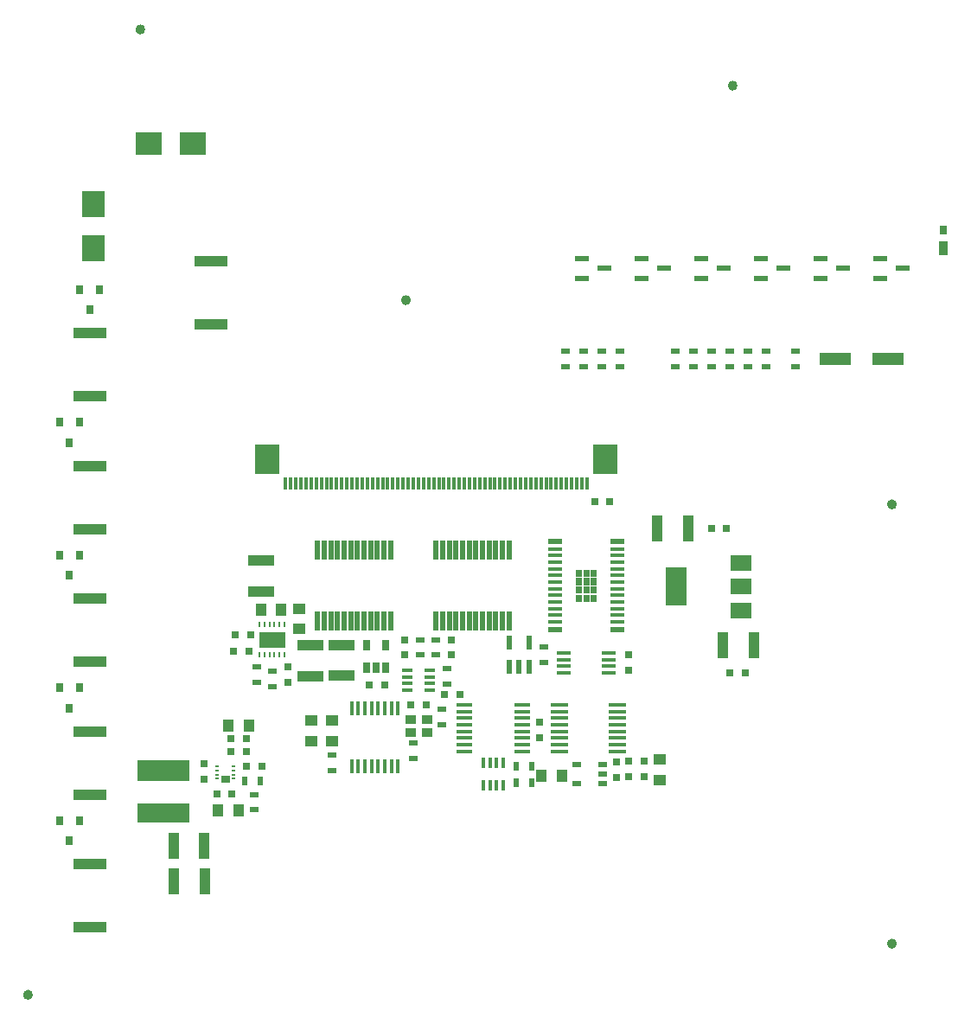
<source format=gtp>
G04 #@! TF.GenerationSoftware,KiCad,Pcbnew,(5.1.6-0-10_14)*
G04 #@! TF.CreationDate,2021-09-30T17:17:06+09:00*
G04 #@! TF.ProjectId,qPCR-main,71504352-2d6d-4616-996e-2e6b69636164,rev?*
G04 #@! TF.SameCoordinates,Original*
G04 #@! TF.FileFunction,Paste,Top*
G04 #@! TF.FilePolarity,Positive*
%FSLAX46Y46*%
G04 Gerber Fmt 4.6, Leading zero omitted, Abs format (unit mm)*
G04 Created by KiCad (PCBNEW (5.1.6-0-10_14)) date 2021-09-30 17:17:06*
%MOMM*%
%LPD*%
G01*
G04 APERTURE LIST*
%ADD10C,0.475000*%
%ADD11C,0.100000*%
%ADD12R,0.249999X0.499999*%
%ADD13R,2.500000X1.500000*%
%ADD14R,0.838200X0.711200*%
%ADD15R,0.457200X0.254000*%
%ADD16R,0.750000X0.800000*%
%ADD17R,1.000000X1.250000*%
%ADD18R,1.000000X2.500000*%
%ADD19R,0.800000X0.750000*%
%ADD20R,1.570000X0.410000*%
%ADD21R,0.355600X1.473200*%
%ADD22R,0.900000X0.500000*%
%ADD23R,1.000000X0.900000*%
%ADD24R,1.250000X1.000000*%
%ADD25R,0.480000X1.900000*%
%ADD26R,1.350000X0.600000*%
%ADD27R,1.350000X0.400000*%
%ADD28R,1.450000X0.450000*%
%ADD29R,1.450000X0.400000*%
%ADD30R,1.320800X0.558800*%
%ADD31R,0.650000X1.060000*%
%ADD32R,1.060000X0.400000*%
%ADD33R,0.400000X1.060000*%
%ADD34R,1.676400X0.355600*%
%ADD35R,0.800000X0.900000*%
%ADD36R,2.000000X1.500000*%
%ADD37R,2.000000X3.800000*%
%ADD38R,2.400000X3.000000*%
%ADD39R,0.300000X1.250000*%
%ADD40R,0.825500X0.508000*%
%ADD41R,3.098800X1.219200*%
%ADD42R,5.100000X1.900000*%
%ADD43R,5.100000X2.100000*%
%ADD44R,2.500000X1.000000*%
%ADD45R,2.500000X2.300000*%
%ADD46R,2.300000X2.500000*%
%ADD47R,0.500000X0.900000*%
%ADD48R,3.200000X1.000000*%
%ADD49R,0.889000X1.397000*%
%ADD50R,0.762000X0.863600*%
%ADD51R,0.558800X1.473200*%
G04 APERTURE END LIST*
D10*
X125137500Y-79500000D02*
G75*
G03*
X125137500Y-79500000I-237500J0D01*
G01*
X172737500Y-99500000D02*
G75*
G03*
X172737500Y-99500000I-237500J0D01*
G01*
X172737500Y-142500000D02*
G75*
G03*
X172737500Y-142500000I-237500J0D01*
G01*
X88137500Y-147500000D02*
G75*
G03*
X88137500Y-147500000I-237500J0D01*
G01*
X157137500Y-58500000D02*
G75*
G03*
X157137500Y-58500000I-237500J0D01*
G01*
X99137500Y-53000000D02*
G75*
G03*
X99137500Y-53000000I-237500J0D01*
G01*
D11*
G36*
X142080000Y-108350000D02*
G01*
X142080000Y-108950000D01*
X141580000Y-108950000D01*
X141580000Y-108350000D01*
X142080000Y-108350000D01*
G37*
X142080000Y-108350000D02*
X142080000Y-108950000D01*
X141580000Y-108950000D01*
X141580000Y-108350000D01*
X142080000Y-108350000D01*
G36*
X143480000Y-108350000D02*
G01*
X143480000Y-108950000D01*
X142980000Y-108950000D01*
X142980000Y-108350000D01*
X143480000Y-108350000D01*
G37*
X143480000Y-108350000D02*
X143480000Y-108950000D01*
X142980000Y-108950000D01*
X142980000Y-108350000D01*
X143480000Y-108350000D01*
G36*
X143480000Y-107530000D02*
G01*
X143480000Y-108130000D01*
X142980000Y-108130000D01*
X142980000Y-107530000D01*
X143480000Y-107530000D01*
G37*
X143480000Y-107530000D02*
X143480000Y-108130000D01*
X142980000Y-108130000D01*
X142980000Y-107530000D01*
X143480000Y-107530000D01*
G36*
X142080000Y-107530000D02*
G01*
X142080000Y-108130000D01*
X141580000Y-108130000D01*
X141580000Y-107530000D01*
X142080000Y-107530000D01*
G37*
X142080000Y-107530000D02*
X142080000Y-108130000D01*
X141580000Y-108130000D01*
X141580000Y-107530000D01*
X142080000Y-107530000D01*
G36*
X142780000Y-107530000D02*
G01*
X142780000Y-108130000D01*
X142280000Y-108130000D01*
X142280000Y-107530000D01*
X142780000Y-107530000D01*
G37*
X142780000Y-107530000D02*
X142780000Y-108130000D01*
X142280000Y-108130000D01*
X142280000Y-107530000D01*
X142780000Y-107530000D01*
G36*
X142780000Y-108350000D02*
G01*
X142780000Y-108950000D01*
X142280000Y-108950000D01*
X142280000Y-108350000D01*
X142780000Y-108350000D01*
G37*
X142780000Y-108350000D02*
X142780000Y-108950000D01*
X142280000Y-108950000D01*
X142280000Y-108350000D01*
X142780000Y-108350000D01*
G36*
X142080000Y-105890000D02*
G01*
X142080000Y-106490000D01*
X141580000Y-106490000D01*
X141580000Y-105890000D01*
X142080000Y-105890000D01*
G37*
X142080000Y-105890000D02*
X142080000Y-106490000D01*
X141580000Y-106490000D01*
X141580000Y-105890000D01*
X142080000Y-105890000D01*
G36*
X143480000Y-105890000D02*
G01*
X143480000Y-106490000D01*
X142980000Y-106490000D01*
X142980000Y-105890000D01*
X143480000Y-105890000D01*
G37*
X143480000Y-105890000D02*
X143480000Y-106490000D01*
X142980000Y-106490000D01*
X142980000Y-105890000D01*
X143480000Y-105890000D01*
G36*
X142780000Y-105890000D02*
G01*
X142780000Y-106490000D01*
X142280000Y-106490000D01*
X142280000Y-105890000D01*
X142780000Y-105890000D01*
G37*
X142780000Y-105890000D02*
X142780000Y-106490000D01*
X142280000Y-106490000D01*
X142280000Y-105890000D01*
X142780000Y-105890000D01*
G36*
X143480000Y-106710000D02*
G01*
X143480000Y-107310000D01*
X142980000Y-107310000D01*
X142980000Y-106710000D01*
X143480000Y-106710000D01*
G37*
X143480000Y-106710000D02*
X143480000Y-107310000D01*
X142980000Y-107310000D01*
X142980000Y-106710000D01*
X143480000Y-106710000D01*
G36*
X142080000Y-106710000D02*
G01*
X142080000Y-107310000D01*
X141580000Y-107310000D01*
X141580000Y-106710000D01*
X142080000Y-106710000D01*
G37*
X142080000Y-106710000D02*
X142080000Y-107310000D01*
X141580000Y-107310000D01*
X141580000Y-106710000D01*
X142080000Y-106710000D01*
G36*
X142780000Y-106710000D02*
G01*
X142780000Y-107310000D01*
X142280000Y-107310000D01*
X142280000Y-106710000D01*
X142780000Y-106710000D01*
G37*
X142780000Y-106710000D02*
X142780000Y-107310000D01*
X142280000Y-107310000D01*
X142280000Y-106710000D01*
X142780000Y-106710000D01*
D12*
X110540000Y-114180000D03*
X111039999Y-114180000D03*
X111540000Y-114180000D03*
X112040000Y-114180000D03*
X112540001Y-114180000D03*
X113040000Y-114180000D03*
X113040000Y-111280000D03*
X112540001Y-111280000D03*
X112040000Y-111280000D03*
X111540000Y-111280000D03*
X111039999Y-111280000D03*
X110540000Y-111280000D03*
D13*
X111790000Y-112730000D03*
D14*
X107220000Y-126398000D03*
D15*
X107995000Y-125150001D03*
X107995000Y-125550000D03*
X107995000Y-125950000D03*
X107995000Y-126349999D03*
X106445000Y-126349999D03*
X106445000Y-125950000D03*
X106445000Y-125550000D03*
X106445000Y-125150001D03*
D16*
X105150000Y-126400000D03*
X105150000Y-124900000D03*
D17*
X108500000Y-129480000D03*
X106500000Y-129480000D03*
D18*
X102150000Y-132910000D03*
X105150000Y-132910000D03*
D19*
X107880000Y-127800000D03*
X106380000Y-127800000D03*
D20*
X136340000Y-119125000D03*
X136340000Y-119775000D03*
X136340000Y-120425000D03*
X136340000Y-121075000D03*
X136340000Y-121725000D03*
X136340000Y-122375000D03*
X136340000Y-123025000D03*
X136340000Y-123675000D03*
X130600000Y-123675000D03*
X130600000Y-123025000D03*
X130600000Y-122375000D03*
X130600000Y-121725000D03*
X130600000Y-121075000D03*
X130600000Y-120425000D03*
X130600000Y-119775000D03*
X130600000Y-119125000D03*
D21*
X124144999Y-125129400D03*
X123494998Y-125129400D03*
X122844999Y-125129400D03*
X122194998Y-125129400D03*
X121544999Y-125129400D03*
X120895001Y-125129400D03*
X120244999Y-125129400D03*
X119595001Y-125129400D03*
X119595001Y-119490600D03*
X120245002Y-119490600D03*
X120895001Y-119490600D03*
X121545002Y-119490600D03*
X122195001Y-119490600D03*
X122844999Y-119490600D03*
X123495001Y-119490600D03*
X124144999Y-119490600D03*
D22*
X117660000Y-125520000D03*
X117660000Y-124020000D03*
X128460000Y-119570000D03*
X128460000Y-121070000D03*
D19*
X126900000Y-119140000D03*
X125400000Y-119140000D03*
D23*
X126962500Y-120577500D03*
X125337500Y-120577500D03*
X125337500Y-121802500D03*
X126962500Y-121802500D03*
D24*
X115640000Y-120660000D03*
X115640000Y-122660000D03*
D25*
X116255000Y-103925000D03*
X116905000Y-103925000D03*
X117555000Y-103925000D03*
X118205000Y-103925000D03*
X118855000Y-103925000D03*
X119505000Y-103925000D03*
X120155000Y-103925000D03*
X120805000Y-103925000D03*
X121455000Y-103925000D03*
X122105000Y-103925000D03*
X122755000Y-103925000D03*
X123405000Y-103925000D03*
X123405000Y-110935000D03*
X122755000Y-110935000D03*
X122105000Y-110935000D03*
X121455000Y-110935000D03*
X120805000Y-110935000D03*
X120155000Y-110935000D03*
X119505000Y-110935000D03*
X118855000Y-110935000D03*
X118205000Y-110935000D03*
X117555000Y-110935000D03*
X116905000Y-110935000D03*
X116255000Y-110935000D03*
D26*
X145580000Y-103105000D03*
X139480000Y-103105000D03*
D27*
X145580000Y-103855000D03*
X139480000Y-103855000D03*
X145580000Y-104505000D03*
X139480000Y-104505000D03*
X145580000Y-105155000D03*
X139480000Y-105155000D03*
X145580000Y-105805000D03*
X139480000Y-105805000D03*
X145580000Y-106455000D03*
X139480000Y-106455000D03*
X145580000Y-107105000D03*
X139480000Y-107105000D03*
X145580000Y-107755000D03*
X139480000Y-107755000D03*
X145580000Y-108405000D03*
X139480000Y-108405000D03*
X145580000Y-109055000D03*
X139480000Y-109055000D03*
X145580000Y-109705000D03*
X139480000Y-109705000D03*
X145580000Y-110355000D03*
X139480000Y-110355000D03*
X145580000Y-111005000D03*
X139480000Y-111005000D03*
D26*
X145580000Y-111755000D03*
X139480000Y-111755000D03*
D28*
X140330000Y-114000000D03*
D29*
X140330000Y-114675000D03*
X140330000Y-115325000D03*
D28*
X140330000Y-116000000D03*
X144730000Y-116000000D03*
D29*
X144730000Y-115325000D03*
X144730000Y-114675000D03*
D28*
X144730000Y-114000000D03*
D30*
X173525532Y-76400000D03*
X171341132Y-77339800D03*
X171341132Y-75460200D03*
X167692199Y-76400000D03*
X165507799Y-77339800D03*
X165507799Y-75460200D03*
X148007800Y-75460200D03*
X148007800Y-77339800D03*
X150192200Y-76400000D03*
X144358867Y-76400000D03*
X142174467Y-77339800D03*
X142174467Y-75460200D03*
X159674466Y-75460200D03*
X159674466Y-77339800D03*
X161858866Y-76400000D03*
X153841133Y-75460200D03*
X153841133Y-77339800D03*
X156025533Y-76400000D03*
D31*
X121030000Y-113320000D03*
X122930000Y-113320000D03*
X122930000Y-115520000D03*
X121980000Y-115520000D03*
X121030000Y-115520000D03*
D32*
X125010000Y-115730000D03*
X125010000Y-116380000D03*
X125010000Y-117040000D03*
X125010000Y-117690000D03*
X127210000Y-117690000D03*
X127210000Y-117040000D03*
X127210000Y-116380000D03*
X127210000Y-115730000D03*
D33*
X134450000Y-126980000D03*
X133800000Y-126980000D03*
X133140000Y-126980000D03*
X132490000Y-126980000D03*
X132490000Y-124780000D03*
X133140000Y-124780000D03*
X133800000Y-124780000D03*
X134450000Y-124780000D03*
D34*
X145579400Y-119125001D03*
X145579400Y-119775002D03*
X145579400Y-120425001D03*
X145579400Y-121075002D03*
X145579400Y-121725001D03*
X145579400Y-122374999D03*
X145579400Y-123025001D03*
X145579400Y-123674999D03*
X139940600Y-123674999D03*
X139940600Y-123024998D03*
X139940600Y-122374999D03*
X139940600Y-121724998D03*
X139940600Y-121074999D03*
X139940600Y-120425001D03*
X139940600Y-119774999D03*
X139940600Y-119125001D03*
D35*
X93936000Y-80450000D03*
X92986000Y-78450000D03*
X94886000Y-78450000D03*
X92926000Y-91450000D03*
X91026000Y-91450000D03*
X91976000Y-93450000D03*
X91976000Y-106450000D03*
X91026000Y-104450000D03*
X92926000Y-104450000D03*
X92926000Y-117450000D03*
X91026000Y-117450000D03*
X91976000Y-119450000D03*
X91976000Y-132450000D03*
X91026000Y-130450000D03*
X92926000Y-130450000D03*
D36*
X157700000Y-109860000D03*
X157700000Y-105260000D03*
X157700000Y-107560000D03*
D37*
X151400000Y-107560000D03*
D38*
X111330000Y-95105000D03*
X144430000Y-95105000D03*
D39*
X113130000Y-97430000D03*
X113630000Y-97430000D03*
X114130000Y-97430000D03*
X114630000Y-97430000D03*
X115130000Y-97430000D03*
X115630000Y-97430000D03*
X116130000Y-97430000D03*
X116630000Y-97430000D03*
X117130000Y-97430000D03*
X117630000Y-97430000D03*
X118130000Y-97430000D03*
X118630000Y-97430000D03*
X119130000Y-97430000D03*
X119630000Y-97430000D03*
X120130000Y-97430000D03*
X120630000Y-97430000D03*
X121130000Y-97430000D03*
X121630000Y-97430000D03*
X122130000Y-97430000D03*
X122630000Y-97430000D03*
X123130000Y-97430000D03*
X123630000Y-97430000D03*
X124130000Y-97430000D03*
X124630000Y-97430000D03*
X125130000Y-97430000D03*
X125630000Y-97430000D03*
X126130000Y-97430000D03*
X126630000Y-97430000D03*
X127130000Y-97430000D03*
X127630000Y-97430000D03*
X128130000Y-97430000D03*
X128630000Y-97430000D03*
X129130000Y-97430000D03*
X129630000Y-97430000D03*
X130130000Y-97430000D03*
X130630000Y-97430000D03*
X131130000Y-97430000D03*
X131630000Y-97430000D03*
X132130000Y-97430000D03*
X132630000Y-97430000D03*
X133130000Y-97430000D03*
X133630000Y-97430000D03*
X134130000Y-97430000D03*
X134630000Y-97430000D03*
X135130000Y-97430000D03*
X135630000Y-97430000D03*
X136130000Y-97430000D03*
X136630000Y-97430000D03*
X137130000Y-97430000D03*
X137630000Y-97430000D03*
X138130000Y-97430000D03*
X138630000Y-97430000D03*
X139130000Y-97430000D03*
X139630000Y-97430000D03*
X140130000Y-97430000D03*
X140630000Y-97430000D03*
X141130000Y-97430000D03*
X141630000Y-97430000D03*
X142130000Y-97430000D03*
X142630000Y-97430000D03*
D25*
X127855000Y-110935000D03*
X128505000Y-110935000D03*
X129155000Y-110935000D03*
X129805000Y-110935000D03*
X130455000Y-110935000D03*
X131105000Y-110935000D03*
X131755000Y-110935000D03*
X132405000Y-110935000D03*
X133055000Y-110935000D03*
X133705000Y-110935000D03*
X134355000Y-110935000D03*
X135005000Y-110935000D03*
X135005000Y-103925000D03*
X134355000Y-103925000D03*
X133705000Y-103925000D03*
X133055000Y-103925000D03*
X132405000Y-103925000D03*
X131755000Y-103925000D03*
X131105000Y-103925000D03*
X130455000Y-103925000D03*
X129805000Y-103925000D03*
X129155000Y-103925000D03*
X128505000Y-103925000D03*
X127855000Y-103925000D03*
D40*
X141636350Y-126832500D03*
X141636350Y-124927500D03*
X144163650Y-124940200D03*
X144163650Y-125880000D03*
X144163650Y-126819800D03*
D41*
X172092700Y-85270000D03*
X166987300Y-85270000D03*
D42*
X101200000Y-129730000D03*
D43*
X101200000Y-125530000D03*
D24*
X117660000Y-122640000D03*
X117660000Y-120640000D03*
D16*
X138000000Y-122330000D03*
X138000000Y-120830000D03*
D19*
X128690000Y-118080000D03*
X130190000Y-118080000D03*
D16*
X124820000Y-112730000D03*
X124820000Y-114230000D03*
X129392000Y-114230000D03*
X129392000Y-112730000D03*
D19*
X121340000Y-117160000D03*
X122840000Y-117160000D03*
D16*
X146720000Y-114250000D03*
X146720000Y-115750000D03*
D19*
X143380000Y-99250000D03*
X144880000Y-99250000D03*
X109290000Y-125110000D03*
X110790000Y-125110000D03*
X109258000Y-123704000D03*
X107758000Y-123704000D03*
X109258000Y-122434000D03*
X107758000Y-122434000D03*
D17*
X107508000Y-121164000D03*
X109508000Y-121164000D03*
D18*
X105210000Y-136430000D03*
X102210000Y-136430000D03*
D24*
X149760000Y-126460000D03*
X149760000Y-124460000D03*
D18*
X149550000Y-101880000D03*
X152550000Y-101880000D03*
D19*
X146730000Y-124640000D03*
X148230000Y-124640000D03*
X154800000Y-101880000D03*
X156300000Y-101880000D03*
X146730000Y-126130000D03*
X148230000Y-126130000D03*
D18*
X155950000Y-113280000D03*
X158950000Y-113280000D03*
D19*
X158160000Y-115960000D03*
X156660000Y-115960000D03*
D16*
X145540000Y-124700000D03*
X145540000Y-126200000D03*
D17*
X138160000Y-126060000D03*
X140160000Y-126060000D03*
D44*
X110720000Y-105000000D03*
X110720000Y-108000000D03*
D16*
X113330000Y-115410000D03*
X113330000Y-116910000D03*
D19*
X108210000Y-112270000D03*
X109710000Y-112270000D03*
X109540000Y-113890000D03*
X108040000Y-113890000D03*
D17*
X112700000Y-109790000D03*
X110700000Y-109790000D03*
D44*
X115560000Y-113310000D03*
X115560000Y-116310000D03*
X118570000Y-116270000D03*
X118570000Y-113270000D03*
D45*
X104020000Y-64130000D03*
X99720000Y-64130000D03*
D46*
X94270000Y-70140000D03*
X94270000Y-74440000D03*
D24*
X114460000Y-109680000D03*
X114460000Y-111680000D03*
D22*
X145896000Y-86000000D03*
X145896000Y-84500000D03*
X144118000Y-84500000D03*
X144118000Y-86000000D03*
X158422000Y-86000000D03*
X158422000Y-84500000D03*
X156644000Y-84500000D03*
X156644000Y-86000000D03*
X151310000Y-86000000D03*
X151310000Y-84500000D03*
X140562000Y-84500000D03*
X140562000Y-86000000D03*
X142340000Y-84500000D03*
X142340000Y-86000000D03*
X153088000Y-84500000D03*
X153088000Y-86000000D03*
X154866000Y-84500000D03*
X154866000Y-86000000D03*
X125650000Y-124350000D03*
X125650000Y-122850000D03*
X126344000Y-112730000D03*
X126344000Y-114230000D03*
X127868000Y-114230000D03*
X127868000Y-112730000D03*
X128960000Y-115550000D03*
X128960000Y-117050000D03*
X138380000Y-114988000D03*
X138380000Y-113488000D03*
D47*
X137220000Y-126740000D03*
X135720000Y-126740000D03*
X137220000Y-125130000D03*
X135720000Y-125130000D03*
X110640000Y-126560000D03*
X109140000Y-126560000D03*
D22*
X110080000Y-127900000D03*
X110080000Y-129400000D03*
X160200000Y-84500000D03*
X160200000Y-86000000D03*
X163050000Y-84500000D03*
X163050000Y-86000000D03*
D48*
X93936000Y-82720000D03*
X93936000Y-88920000D03*
X93936000Y-101920000D03*
X93936000Y-95720000D03*
X93936000Y-108720000D03*
X93936000Y-114920000D03*
X93936000Y-127920000D03*
X93936000Y-121720000D03*
X93936000Y-134720000D03*
X93936000Y-140920000D03*
D22*
X110300000Y-115410000D03*
X110300000Y-116910000D03*
X111860000Y-117310000D03*
X111860000Y-115810000D03*
D49*
X177510000Y-74429300D03*
D50*
X177510000Y-72664000D03*
D51*
X135039999Y-113044200D03*
X136940001Y-113044200D03*
X136940001Y-115431800D03*
X135990000Y-115431800D03*
X135039999Y-115431800D03*
D48*
X105820000Y-81860000D03*
X105820000Y-75660000D03*
M02*

</source>
